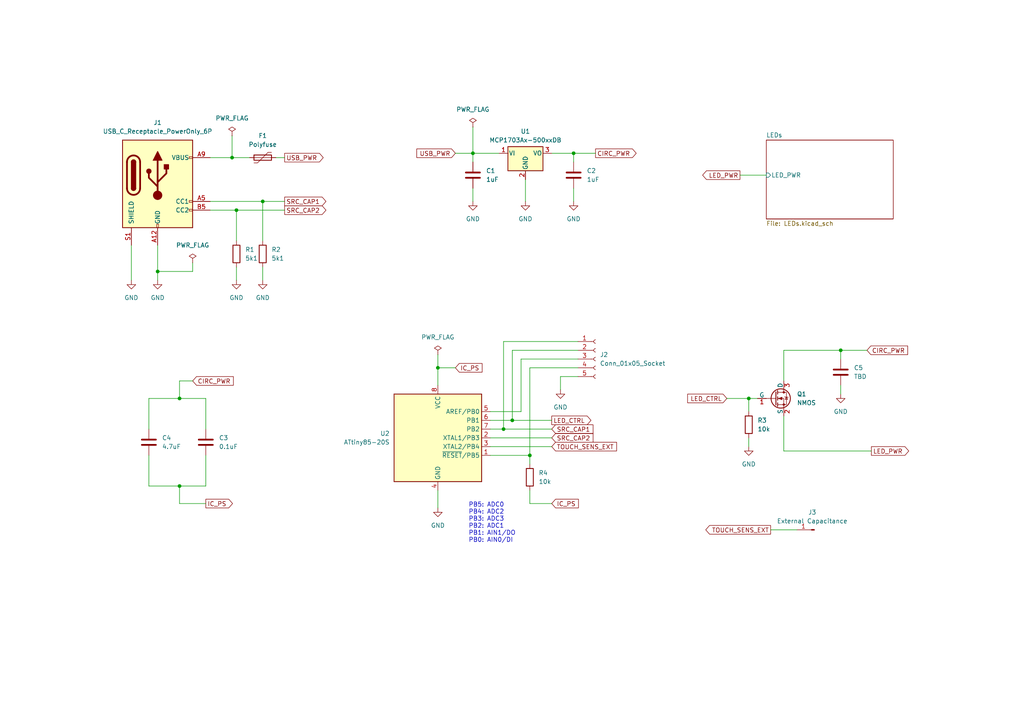
<source format=kicad_sch>
(kicad_sch (version 20230121) (generator eeschema)

  (uuid ddbc896e-66d6-4622-8a61-6aa5f65e6ad4)

  (paper "A4")

  (lib_symbols
    (symbol "Connector:Conn_01x01_Pin" (pin_names (offset 1.016) hide) (in_bom yes) (on_board yes)
      (property "Reference" "J" (at 0 2.54 0)
        (effects (font (size 1.27 1.27)))
      )
      (property "Value" "Conn_01x01_Pin" (at 0 -2.54 0)
        (effects (font (size 1.27 1.27)))
      )
      (property "Footprint" "" (at 0 0 0)
        (effects (font (size 1.27 1.27)) hide)
      )
      (property "Datasheet" "~" (at 0 0 0)
        (effects (font (size 1.27 1.27)) hide)
      )
      (property "ki_locked" "" (at 0 0 0)
        (effects (font (size 1.27 1.27)))
      )
      (property "ki_keywords" "connector" (at 0 0 0)
        (effects (font (size 1.27 1.27)) hide)
      )
      (property "ki_description" "Generic connector, single row, 01x01, script generated" (at 0 0 0)
        (effects (font (size 1.27 1.27)) hide)
      )
      (property "ki_fp_filters" "Connector*:*_1x??_*" (at 0 0 0)
        (effects (font (size 1.27 1.27)) hide)
      )
      (symbol "Conn_01x01_Pin_1_1"
        (polyline
          (pts
            (xy 1.27 0)
            (xy 0.8636 0)
          )
          (stroke (width 0.1524) (type default))
          (fill (type none))
        )
        (rectangle (start 0.8636 0.127) (end 0 -0.127)
          (stroke (width 0.1524) (type default))
          (fill (type outline))
        )
        (pin passive line (at 5.08 0 180) (length 3.81)
          (name "Pin_1" (effects (font (size 1.27 1.27))))
          (number "1" (effects (font (size 1.27 1.27))))
        )
      )
    )
    (symbol "Connector:Conn_01x05_Socket" (pin_names (offset 1.016) hide) (in_bom yes) (on_board yes)
      (property "Reference" "J" (at 0 7.62 0)
        (effects (font (size 1.27 1.27)))
      )
      (property "Value" "Conn_01x05_Socket" (at 0 -7.62 0)
        (effects (font (size 1.27 1.27)))
      )
      (property "Footprint" "" (at 0 0 0)
        (effects (font (size 1.27 1.27)) hide)
      )
      (property "Datasheet" "~" (at 0 0 0)
        (effects (font (size 1.27 1.27)) hide)
      )
      (property "ki_locked" "" (at 0 0 0)
        (effects (font (size 1.27 1.27)))
      )
      (property "ki_keywords" "connector" (at 0 0 0)
        (effects (font (size 1.27 1.27)) hide)
      )
      (property "ki_description" "Generic connector, single row, 01x05, script generated" (at 0 0 0)
        (effects (font (size 1.27 1.27)) hide)
      )
      (property "ki_fp_filters" "Connector*:*_1x??_*" (at 0 0 0)
        (effects (font (size 1.27 1.27)) hide)
      )
      (symbol "Conn_01x05_Socket_1_1"
        (arc (start 0 -4.572) (mid -0.5058 -5.08) (end 0 -5.588)
          (stroke (width 0.1524) (type default))
          (fill (type none))
        )
        (arc (start 0 -2.032) (mid -0.5058 -2.54) (end 0 -3.048)
          (stroke (width 0.1524) (type default))
          (fill (type none))
        )
        (polyline
          (pts
            (xy -1.27 -5.08)
            (xy -0.508 -5.08)
          )
          (stroke (width 0.1524) (type default))
          (fill (type none))
        )
        (polyline
          (pts
            (xy -1.27 -2.54)
            (xy -0.508 -2.54)
          )
          (stroke (width 0.1524) (type default))
          (fill (type none))
        )
        (polyline
          (pts
            (xy -1.27 0)
            (xy -0.508 0)
          )
          (stroke (width 0.1524) (type default))
          (fill (type none))
        )
        (polyline
          (pts
            (xy -1.27 2.54)
            (xy -0.508 2.54)
          )
          (stroke (width 0.1524) (type default))
          (fill (type none))
        )
        (polyline
          (pts
            (xy -1.27 5.08)
            (xy -0.508 5.08)
          )
          (stroke (width 0.1524) (type default))
          (fill (type none))
        )
        (arc (start 0 0.508) (mid -0.5058 0) (end 0 -0.508)
          (stroke (width 0.1524) (type default))
          (fill (type none))
        )
        (arc (start 0 3.048) (mid -0.5058 2.54) (end 0 2.032)
          (stroke (width 0.1524) (type default))
          (fill (type none))
        )
        (arc (start 0 5.588) (mid -0.5058 5.08) (end 0 4.572)
          (stroke (width 0.1524) (type default))
          (fill (type none))
        )
        (pin passive line (at -5.08 5.08 0) (length 3.81)
          (name "Pin_1" (effects (font (size 1.27 1.27))))
          (number "1" (effects (font (size 1.27 1.27))))
        )
        (pin passive line (at -5.08 2.54 0) (length 3.81)
          (name "Pin_2" (effects (font (size 1.27 1.27))))
          (number "2" (effects (font (size 1.27 1.27))))
        )
        (pin passive line (at -5.08 0 0) (length 3.81)
          (name "Pin_3" (effects (font (size 1.27 1.27))))
          (number "3" (effects (font (size 1.27 1.27))))
        )
        (pin passive line (at -5.08 -2.54 0) (length 3.81)
          (name "Pin_4" (effects (font (size 1.27 1.27))))
          (number "4" (effects (font (size 1.27 1.27))))
        )
        (pin passive line (at -5.08 -5.08 0) (length 3.81)
          (name "Pin_5" (effects (font (size 1.27 1.27))))
          (number "5" (effects (font (size 1.27 1.27))))
        )
      )
    )
    (symbol "Connector:USB_C_Receptacle_PowerOnly_6P" (pin_names (offset 1.016)) (in_bom yes) (on_board yes)
      (property "Reference" "J" (at 0 16.51 0)
        (effects (font (size 1.27 1.27)) (justify bottom))
      )
      (property "Value" "USB_C_Receptacle_PowerOnly_6P" (at 0 13.97 0)
        (effects (font (size 1.27 1.27)) (justify bottom))
      )
      (property "Footprint" "" (at 3.81 2.54 0)
        (effects (font (size 1.27 1.27)) hide)
      )
      (property "Datasheet" "https://www.usb.org/sites/default/files/documents/usb_type-c.zip" (at 0 0 0)
        (effects (font (size 1.27 1.27)) hide)
      )
      (property "ki_keywords" "usb universal serial bus type-C power-only charging-only 6P 6C" (at 0 0 0)
        (effects (font (size 1.27 1.27)) hide)
      )
      (property "ki_description" "USB Power-Only 6P Type-C Receptacle connector" (at 0 0 0)
        (effects (font (size 1.27 1.27)) hide)
      )
      (property "ki_fp_filters" "USB*C*Receptacle*" (at 0 0 0)
        (effects (font (size 1.27 1.27)) hide)
      )
      (symbol "USB_C_Receptacle_PowerOnly_6P_0_0"
        (rectangle (start -0.254 -12.7) (end 0.254 -11.684)
          (stroke (width 0) (type default))
          (fill (type none))
        )
        (rectangle (start 10.16 -7.366) (end 9.144 -7.874)
          (stroke (width 0) (type default))
          (fill (type none))
        )
        (rectangle (start 10.16 -4.826) (end 9.144 -5.334)
          (stroke (width 0) (type default))
          (fill (type none))
        )
        (rectangle (start 10.16 7.874) (end 9.144 7.366)
          (stroke (width 0) (type default))
          (fill (type none))
        )
      )
      (symbol "USB_C_Receptacle_PowerOnly_6P_0_1"
        (rectangle (start -10.16 12.7) (end 10.16 -12.7)
          (stroke (width 0.254) (type default))
          (fill (type background))
        )
        (arc (start -8.89 -1.27) (mid -6.985 -3.1667) (end -5.08 -1.27)
          (stroke (width 0.508) (type default))
          (fill (type none))
        )
        (arc (start -7.62 -1.27) (mid -6.985 -1.9023) (end -6.35 -1.27)
          (stroke (width 0.254) (type default))
          (fill (type none))
        )
        (arc (start -7.62 -1.27) (mid -6.985 -1.9023) (end -6.35 -1.27)
          (stroke (width 0.254) (type default))
          (fill (type outline))
        )
        (rectangle (start -7.62 -1.27) (end -6.35 6.35)
          (stroke (width 0.254) (type default))
          (fill (type outline))
        )
        (arc (start -6.35 6.35) (mid -6.985 6.9823) (end -7.62 6.35)
          (stroke (width 0.254) (type default))
          (fill (type none))
        )
        (arc (start -6.35 6.35) (mid -6.985 6.9823) (end -7.62 6.35)
          (stroke (width 0.254) (type default))
          (fill (type outline))
        )
        (arc (start -5.08 6.35) (mid -6.985 8.2467) (end -8.89 6.35)
          (stroke (width 0.508) (type default))
          (fill (type none))
        )
        (circle (center -2.54 3.683) (radius 0.635)
          (stroke (width 0.254) (type default))
          (fill (type outline))
        )
        (circle (center 0 -3.302) (radius 1.27)
          (stroke (width 0) (type default))
          (fill (type outline))
        )
        (polyline
          (pts
            (xy -8.89 -1.27)
            (xy -8.89 6.35)
          )
          (stroke (width 0.508) (type default))
          (fill (type none))
        )
        (polyline
          (pts
            (xy -5.08 6.35)
            (xy -5.08 -1.27)
          )
          (stroke (width 0.508) (type default))
          (fill (type none))
        )
        (polyline
          (pts
            (xy 0 -3.302)
            (xy 0 6.858)
          )
          (stroke (width 0.508) (type default))
          (fill (type none))
        )
        (polyline
          (pts
            (xy 0 -0.762)
            (xy -2.54 1.778)
            (xy -2.54 3.048)
          )
          (stroke (width 0.508) (type default))
          (fill (type none))
        )
        (polyline
          (pts
            (xy 0 0.508)
            (xy 2.54 3.048)
            (xy 2.54 4.318)
          )
          (stroke (width 0.508) (type default))
          (fill (type none))
        )
        (polyline
          (pts
            (xy -1.27 6.858)
            (xy 0 9.398)
            (xy 1.27 6.858)
            (xy -1.27 6.858)
          )
          (stroke (width 0.254) (type default))
          (fill (type outline))
        )
        (rectangle (start 1.905 4.318) (end 3.175 5.588)
          (stroke (width 0.254) (type default))
          (fill (type outline))
        )
      )
      (symbol "USB_C_Receptacle_PowerOnly_6P_1_1"
        (pin passive line (at 0 -17.78 90) (length 5.08)
          (name "GND" (effects (font (size 1.27 1.27))))
          (number "A12" (effects (font (size 1.27 1.27))))
        )
        (pin bidirectional line (at 15.24 -5.08 180) (length 5.08)
          (name "CC1" (effects (font (size 1.27 1.27))))
          (number "A5" (effects (font (size 1.27 1.27))))
        )
        (pin passive line (at 15.24 7.62 180) (length 5.08)
          (name "VBUS" (effects (font (size 1.27 1.27))))
          (number "A9" (effects (font (size 1.27 1.27))))
        )
        (pin passive line (at 0 -17.78 90) (length 5.08) hide
          (name "GND" (effects (font (size 1.27 1.27))))
          (number "B12" (effects (font (size 1.27 1.27))))
        )
        (pin bidirectional line (at 15.24 -7.62 180) (length 5.08)
          (name "CC2" (effects (font (size 1.27 1.27))))
          (number "B5" (effects (font (size 1.27 1.27))))
        )
        (pin passive line (at 15.24 7.62 180) (length 5.08) hide
          (name "VBUS" (effects (font (size 1.27 1.27))))
          (number "B9" (effects (font (size 1.27 1.27))))
        )
        (pin passive line (at -7.62 -17.78 90) (length 5.08)
          (name "SHIELD" (effects (font (size 1.27 1.27))))
          (number "S1" (effects (font (size 1.27 1.27))))
        )
      )
    )
    (symbol "Device:C" (pin_numbers hide) (pin_names (offset 0.254)) (in_bom yes) (on_board yes)
      (property "Reference" "C" (at 0.635 2.54 0)
        (effects (font (size 1.27 1.27)) (justify left))
      )
      (property "Value" "C" (at 0.635 -2.54 0)
        (effects (font (size 1.27 1.27)) (justify left))
      )
      (property "Footprint" "" (at 0.9652 -3.81 0)
        (effects (font (size 1.27 1.27)) hide)
      )
      (property "Datasheet" "~" (at 0 0 0)
        (effects (font (size 1.27 1.27)) hide)
      )
      (property "ki_keywords" "cap capacitor" (at 0 0 0)
        (effects (font (size 1.27 1.27)) hide)
      )
      (property "ki_description" "Unpolarized capacitor" (at 0 0 0)
        (effects (font (size 1.27 1.27)) hide)
      )
      (property "ki_fp_filters" "C_*" (at 0 0 0)
        (effects (font (size 1.27 1.27)) hide)
      )
      (symbol "C_0_1"
        (polyline
          (pts
            (xy -2.032 -0.762)
            (xy 2.032 -0.762)
          )
          (stroke (width 0.508) (type default))
          (fill (type none))
        )
        (polyline
          (pts
            (xy -2.032 0.762)
            (xy 2.032 0.762)
          )
          (stroke (width 0.508) (type default))
          (fill (type none))
        )
      )
      (symbol "C_1_1"
        (pin passive line (at 0 3.81 270) (length 2.794)
          (name "~" (effects (font (size 1.27 1.27))))
          (number "1" (effects (font (size 1.27 1.27))))
        )
        (pin passive line (at 0 -3.81 90) (length 2.794)
          (name "~" (effects (font (size 1.27 1.27))))
          (number "2" (effects (font (size 1.27 1.27))))
        )
      )
    )
    (symbol "Device:Polyfuse" (pin_numbers hide) (pin_names (offset 0)) (in_bom yes) (on_board yes)
      (property "Reference" "F" (at -2.54 0 90)
        (effects (font (size 1.27 1.27)))
      )
      (property "Value" "Polyfuse" (at 2.54 0 90)
        (effects (font (size 1.27 1.27)))
      )
      (property "Footprint" "" (at 1.27 -5.08 0)
        (effects (font (size 1.27 1.27)) (justify left) hide)
      )
      (property "Datasheet" "~" (at 0 0 0)
        (effects (font (size 1.27 1.27)) hide)
      )
      (property "ki_keywords" "resettable fuse PTC PPTC polyfuse polyswitch" (at 0 0 0)
        (effects (font (size 1.27 1.27)) hide)
      )
      (property "ki_description" "Resettable fuse, polymeric positive temperature coefficient" (at 0 0 0)
        (effects (font (size 1.27 1.27)) hide)
      )
      (property "ki_fp_filters" "*polyfuse* *PTC*" (at 0 0 0)
        (effects (font (size 1.27 1.27)) hide)
      )
      (symbol "Polyfuse_0_1"
        (rectangle (start -0.762 2.54) (end 0.762 -2.54)
          (stroke (width 0.254) (type default))
          (fill (type none))
        )
        (polyline
          (pts
            (xy 0 2.54)
            (xy 0 -2.54)
          )
          (stroke (width 0) (type default))
          (fill (type none))
        )
        (polyline
          (pts
            (xy -1.524 2.54)
            (xy -1.524 1.524)
            (xy 1.524 -1.524)
            (xy 1.524 -2.54)
          )
          (stroke (width 0) (type default))
          (fill (type none))
        )
      )
      (symbol "Polyfuse_1_1"
        (pin passive line (at 0 3.81 270) (length 1.27)
          (name "~" (effects (font (size 1.27 1.27))))
          (number "1" (effects (font (size 1.27 1.27))))
        )
        (pin passive line (at 0 -3.81 90) (length 1.27)
          (name "~" (effects (font (size 1.27 1.27))))
          (number "2" (effects (font (size 1.27 1.27))))
        )
      )
    )
    (symbol "Device:R" (pin_numbers hide) (pin_names (offset 0)) (in_bom yes) (on_board yes)
      (property "Reference" "R" (at 2.032 0 90)
        (effects (font (size 1.27 1.27)))
      )
      (property "Value" "R" (at 0 0 90)
        (effects (font (size 1.27 1.27)))
      )
      (property "Footprint" "" (at -1.778 0 90)
        (effects (font (size 1.27 1.27)) hide)
      )
      (property "Datasheet" "~" (at 0 0 0)
        (effects (font (size 1.27 1.27)) hide)
      )
      (property "ki_keywords" "R res resistor" (at 0 0 0)
        (effects (font (size 1.27 1.27)) hide)
      )
      (property "ki_description" "Resistor" (at 0 0 0)
        (effects (font (size 1.27 1.27)) hide)
      )
      (property "ki_fp_filters" "R_*" (at 0 0 0)
        (effects (font (size 1.27 1.27)) hide)
      )
      (symbol "R_0_1"
        (rectangle (start -1.016 -2.54) (end 1.016 2.54)
          (stroke (width 0.254) (type default))
          (fill (type none))
        )
      )
      (symbol "R_1_1"
        (pin passive line (at 0 3.81 270) (length 1.27)
          (name "~" (effects (font (size 1.27 1.27))))
          (number "1" (effects (font (size 1.27 1.27))))
        )
        (pin passive line (at 0 -3.81 90) (length 1.27)
          (name "~" (effects (font (size 1.27 1.27))))
          (number "2" (effects (font (size 1.27 1.27))))
        )
      )
    )
    (symbol "MCU_Microchip_ATtiny:ATtiny85-20S" (in_bom yes) (on_board yes)
      (property "Reference" "U" (at -12.7 13.97 0)
        (effects (font (size 1.27 1.27)) (justify left bottom))
      )
      (property "Value" "ATtiny85-20S" (at 2.54 -13.97 0)
        (effects (font (size 1.27 1.27)) (justify left top))
      )
      (property "Footprint" "Package_SO:SOIC-8W_5.3x5.3mm_P1.27mm" (at 0 0 0)
        (effects (font (size 1.27 1.27) italic) hide)
      )
      (property "Datasheet" "http://ww1.microchip.com/downloads/en/DeviceDoc/atmel-2586-avr-8-bit-microcontroller-attiny25-attiny45-attiny85_datasheet.pdf" (at 0 0 0)
        (effects (font (size 1.27 1.27)) hide)
      )
      (property "ki_keywords" "AVR 8bit Microcontroller tinyAVR" (at 0 0 0)
        (effects (font (size 1.27 1.27)) hide)
      )
      (property "ki_description" "20MHz, 8kB Flash, 512B SRAM, 512B EEPROM, debugWIRE, SOIC-8W" (at 0 0 0)
        (effects (font (size 1.27 1.27)) hide)
      )
      (property "ki_fp_filters" "SOIC*5.3x5.3mm*P1.27mm*" (at 0 0 0)
        (effects (font (size 1.27 1.27)) hide)
      )
      (symbol "ATtiny85-20S_0_1"
        (rectangle (start -12.7 -12.7) (end 12.7 12.7)
          (stroke (width 0.254) (type default))
          (fill (type background))
        )
      )
      (symbol "ATtiny85-20S_1_1"
        (pin bidirectional line (at 15.24 -5.08 180) (length 2.54)
          (name "~{RESET}/PB5" (effects (font (size 1.27 1.27))))
          (number "1" (effects (font (size 1.27 1.27))))
        )
        (pin bidirectional line (at 15.24 0 180) (length 2.54)
          (name "XTAL1/PB3" (effects (font (size 1.27 1.27))))
          (number "2" (effects (font (size 1.27 1.27))))
        )
        (pin bidirectional line (at 15.24 -2.54 180) (length 2.54)
          (name "XTAL2/PB4" (effects (font (size 1.27 1.27))))
          (number "3" (effects (font (size 1.27 1.27))))
        )
        (pin power_in line (at 0 -15.24 90) (length 2.54)
          (name "GND" (effects (font (size 1.27 1.27))))
          (number "4" (effects (font (size 1.27 1.27))))
        )
        (pin bidirectional line (at 15.24 7.62 180) (length 2.54)
          (name "AREF/PB0" (effects (font (size 1.27 1.27))))
          (number "5" (effects (font (size 1.27 1.27))))
        )
        (pin bidirectional line (at 15.24 5.08 180) (length 2.54)
          (name "PB1" (effects (font (size 1.27 1.27))))
          (number "6" (effects (font (size 1.27 1.27))))
        )
        (pin bidirectional line (at 15.24 2.54 180) (length 2.54)
          (name "PB2" (effects (font (size 1.27 1.27))))
          (number "7" (effects (font (size 1.27 1.27))))
        )
        (pin power_in line (at 0 15.24 270) (length 2.54)
          (name "VCC" (effects (font (size 1.27 1.27))))
          (number "8" (effects (font (size 1.27 1.27))))
        )
      )
    )
    (symbol "Regulator_Linear:MCP1703Ax-500xxDB" (pin_names (offset 0.254)) (in_bom yes) (on_board yes)
      (property "Reference" "U" (at -3.81 3.175 0)
        (effects (font (size 1.27 1.27)))
      )
      (property "Value" "MCP1703Ax-500xxDB" (at 0 3.175 0)
        (effects (font (size 1.27 1.27)) (justify left))
      )
      (property "Footprint" "Package_TO_SOT_SMD:SOT-223-3_TabPin2" (at 0 5.08 0)
        (effects (font (size 1.27 1.27)) hide)
      )
      (property "Datasheet" "http://ww1.microchip.com/downloads/en/DeviceDoc/20005122B.pdf" (at 0 -1.27 0)
        (effects (font (size 1.27 1.27)) hide)
      )
      (property "ki_keywords" "REGULATOR LDO" (at 0 0 0)
        (effects (font (size 1.27 1.27)) hide)
      )
      (property "ki_description" "Low Quiescent Current LDO Regulator, 5.0V, 250mA, Vin<=16V, SOT-223" (at 0 0 0)
        (effects (font (size 1.27 1.27)) hide)
      )
      (property "ki_fp_filters" "SOT?223*TabPin2*" (at 0 0 0)
        (effects (font (size 1.27 1.27)) hide)
      )
      (symbol "MCP1703Ax-500xxDB_0_1"
        (rectangle (start -5.08 -5.08) (end 5.08 1.905)
          (stroke (width 0.254) (type default))
          (fill (type background))
        )
      )
      (symbol "MCP1703Ax-500xxDB_1_1"
        (pin power_in line (at -7.62 0 0) (length 2.54)
          (name "VI" (effects (font (size 1.27 1.27))))
          (number "1" (effects (font (size 1.27 1.27))))
        )
        (pin power_in line (at 0 -7.62 90) (length 2.54)
          (name "GND" (effects (font (size 1.27 1.27))))
          (number "2" (effects (font (size 1.27 1.27))))
        )
        (pin power_out line (at 7.62 0 180) (length 2.54)
          (name "VO" (effects (font (size 1.27 1.27))))
          (number "3" (effects (font (size 1.27 1.27))))
        )
      )
    )
    (symbol "Simulation_SPICE:NMOS" (pin_names (offset 0)) (in_bom yes) (on_board yes)
      (property "Reference" "Q1" (at 6.35 1.27 0)
        (effects (font (size 1.27 1.27)) (justify left))
      )
      (property "Value" "NMOS" (at 6.35 -1.27 0)
        (effects (font (size 1.27 1.27)) (justify left))
      )
      (property "Footprint" "Package_TO_SOT_SMD:SuperSOT-3" (at 5.08 2.54 0)
        (effects (font (size 1.27 1.27)) hide)
      )
      (property "Datasheet" "https://ngspice.sourceforge.io/docs/ngspice-manual.pdf" (at 0 -12.7 0)
        (effects (font (size 1.27 1.27)) hide)
      )
      (property "Sim.Device" "NMOS" (at 0 -17.145 0)
        (effects (font (size 1.27 1.27)) hide)
      )
      (property "Sim.Type" "VDMOS" (at 0 -19.05 0)
        (effects (font (size 1.27 1.27)) hide)
      )
      (property "Sim.Pins" "1=D 2=G 3=S" (at 0 -15.24 0)
        (effects (font (size 1.27 1.27)) hide)
      )
      (property "ki_keywords" "transistor NMOS N-MOS N-MOSFET simulation" (at 0 0 0)
        (effects (font (size 1.27 1.27)) hide)
      )
      (property "ki_description" "N-MOSFET transistor, drain/source/gate" (at 0 0 0)
        (effects (font (size 1.27 1.27)) hide)
      )
      (symbol "NMOS_0_1"
        (polyline
          (pts
            (xy 0.254 0)
            (xy -2.54 0)
          )
          (stroke (width 0) (type default))
          (fill (type none))
        )
        (polyline
          (pts
            (xy 0.254 1.905)
            (xy 0.254 -1.905)
          )
          (stroke (width 0.254) (type default))
          (fill (type none))
        )
        (polyline
          (pts
            (xy 0.762 -1.27)
            (xy 0.762 -2.286)
          )
          (stroke (width 0.254) (type default))
          (fill (type none))
        )
        (polyline
          (pts
            (xy 0.762 0.508)
            (xy 0.762 -0.508)
          )
          (stroke (width 0.254) (type default))
          (fill (type none))
        )
        (polyline
          (pts
            (xy 0.762 2.286)
            (xy 0.762 1.27)
          )
          (stroke (width 0.254) (type default))
          (fill (type none))
        )
        (polyline
          (pts
            (xy 2.54 2.54)
            (xy 2.54 1.778)
          )
          (stroke (width 0) (type default))
          (fill (type none))
        )
        (polyline
          (pts
            (xy 2.54 -2.54)
            (xy 2.54 0)
            (xy 0.762 0)
          )
          (stroke (width 0) (type default))
          (fill (type none))
        )
        (polyline
          (pts
            (xy 0.762 -1.778)
            (xy 3.302 -1.778)
            (xy 3.302 1.778)
            (xy 0.762 1.778)
          )
          (stroke (width 0) (type default))
          (fill (type none))
        )
        (polyline
          (pts
            (xy 1.016 0)
            (xy 2.032 0.381)
            (xy 2.032 -0.381)
            (xy 1.016 0)
          )
          (stroke (width 0) (type default))
          (fill (type outline))
        )
        (polyline
          (pts
            (xy 2.794 0.508)
            (xy 2.921 0.381)
            (xy 3.683 0.381)
            (xy 3.81 0.254)
          )
          (stroke (width 0) (type default))
          (fill (type none))
        )
        (polyline
          (pts
            (xy 3.302 0.381)
            (xy 2.921 -0.254)
            (xy 3.683 -0.254)
            (xy 3.302 0.381)
          )
          (stroke (width 0) (type default))
          (fill (type none))
        )
        (circle (center 1.651 0) (radius 2.794)
          (stroke (width 0.254) (type default))
          (fill (type none))
        )
        (circle (center 2.54 -1.778) (radius 0.254)
          (stroke (width 0) (type default))
          (fill (type outline))
        )
        (circle (center 2.54 1.778) (radius 0.254)
          (stroke (width 0) (type default))
          (fill (type outline))
        )
      )
      (symbol "NMOS_1_1"
        (pin input line (at -5.08 0 0) (length 2.54)
          (name "G" (effects (font (size 1.27 1.27))))
          (number "1" (effects (font (size 1.27 1.27))))
        )
        (pin passive line (at 2.54 -5.08 90) (length 2.54)
          (name "S" (effects (font (size 1.27 1.27))))
          (number "2" (effects (font (size 1.27 1.27))))
        )
        (pin passive line (at 2.54 5.08 270) (length 2.54)
          (name "D" (effects (font (size 1.27 1.27))))
          (number "3" (effects (font (size 1.27 1.27))))
        )
      )
    )
    (symbol "power:GND" (power) (pin_names (offset 0)) (in_bom yes) (on_board yes)
      (property "Reference" "#PWR" (at 0 -6.35 0)
        (effects (font (size 1.27 1.27)) hide)
      )
      (property "Value" "GND" (at 0 -3.81 0)
        (effects (font (size 1.27 1.27)))
      )
      (property "Footprint" "" (at 0 0 0)
        (effects (font (size 1.27 1.27)) hide)
      )
      (property "Datasheet" "" (at 0 0 0)
        (effects (font (size 1.27 1.27)) hide)
      )
      (property "ki_keywords" "global power" (at 0 0 0)
        (effects (font (size 1.27 1.27)) hide)
      )
      (property "ki_description" "Power symbol creates a global label with name \"GND\" , ground" (at 0 0 0)
        (effects (font (size 1.27 1.27)) hide)
      )
      (symbol "GND_0_1"
        (polyline
          (pts
            (xy 0 0)
            (xy 0 -1.27)
            (xy 1.27 -1.27)
            (xy 0 -2.54)
            (xy -1.27 -1.27)
            (xy 0 -1.27)
          )
          (stroke (width 0) (type default))
          (fill (type none))
        )
      )
      (symbol "GND_1_1"
        (pin power_in line (at 0 0 270) (length 0) hide
          (name "GND" (effects (font (size 1.27 1.27))))
          (number "1" (effects (font (size 1.27 1.27))))
        )
      )
    )
    (symbol "power:PWR_FLAG" (power) (pin_numbers hide) (pin_names (offset 0) hide) (in_bom yes) (on_board yes)
      (property "Reference" "#FLG" (at 0 1.905 0)
        (effects (font (size 1.27 1.27)) hide)
      )
      (property "Value" "PWR_FLAG" (at 0 3.81 0)
        (effects (font (size 1.27 1.27)))
      )
      (property "Footprint" "" (at 0 0 0)
        (effects (font (size 1.27 1.27)) hide)
      )
      (property "Datasheet" "~" (at 0 0 0)
        (effects (font (size 1.27 1.27)) hide)
      )
      (property "ki_keywords" "flag power" (at 0 0 0)
        (effects (font (size 1.27 1.27)) hide)
      )
      (property "ki_description" "Special symbol for telling ERC where power comes from" (at 0 0 0)
        (effects (font (size 1.27 1.27)) hide)
      )
      (symbol "PWR_FLAG_0_0"
        (pin power_out line (at 0 0 90) (length 0)
          (name "pwr" (effects (font (size 1.27 1.27))))
          (number "1" (effects (font (size 1.27 1.27))))
        )
      )
      (symbol "PWR_FLAG_0_1"
        (polyline
          (pts
            (xy 0 0)
            (xy 0 1.27)
            (xy -1.016 1.905)
            (xy 0 2.54)
            (xy 1.016 1.905)
            (xy 0 1.27)
          )
          (stroke (width 0) (type default))
          (fill (type none))
        )
      )
    )
  )

  (junction (at 76.2 58.42) (diameter 0) (color 0 0 0 0)
    (uuid 14a79dd2-bb76-42fb-aa9a-09ac3ca65995)
  )
  (junction (at 127 106.68) (diameter 0) (color 0 0 0 0)
    (uuid 5a4be8b5-ae14-432a-8fb0-0888ae0cf496)
  )
  (junction (at 68.58 60.96) (diameter 0) (color 0 0 0 0)
    (uuid 5d11f7d3-3f8d-4a18-b43a-7f2495747bce)
  )
  (junction (at 45.72 78.74) (diameter 0) (color 0 0 0 0)
    (uuid 5f5b0923-abbe-4081-a0f7-390b0e3f3067)
  )
  (junction (at 137.16 44.45) (diameter 0) (color 0 0 0 0)
    (uuid 7b05ed19-eec7-4f9d-972a-ac0b9ee960e5)
  )
  (junction (at 217.17 115.57) (diameter 0) (color 0 0 0 0)
    (uuid 872a9642-0126-45e9-8726-77461547638d)
  )
  (junction (at 67.31 45.72) (diameter 0) (color 0 0 0 0)
    (uuid 9c67cc66-f157-45e4-9a12-44d6dfb28874)
  )
  (junction (at 146.05 124.46) (diameter 0) (color 0 0 0 0)
    (uuid ae456323-8713-4bf3-bc00-79d99d7dda40)
  )
  (junction (at 148.59 121.92) (diameter 0) (color 0 0 0 0)
    (uuid b10af278-0335-415a-b657-dcc1555f69e3)
  )
  (junction (at 153.67 132.08) (diameter 0) (color 0 0 0 0)
    (uuid bb3e19ca-cbef-429d-adad-2ce586539aad)
  )
  (junction (at 166.37 44.45) (diameter 0) (color 0 0 0 0)
    (uuid c422b78f-32d0-4971-9479-f59909d47eaa)
  )
  (junction (at 243.84 101.6) (diameter 0) (color 0 0 0 0)
    (uuid dbd771ba-0757-41b2-8596-7c6852d993a1)
  )
  (junction (at 52.07 140.97) (diameter 0) (color 0 0 0 0)
    (uuid dc095efa-f0f7-4d72-b31a-459eb4cd14c2)
  )
  (junction (at 52.07 115.57) (diameter 0) (color 0 0 0 0)
    (uuid ef478bab-59d1-4ca9-b036-4f6e4c1ae017)
  )

  (wire (pts (xy 137.16 36.83) (xy 137.16 44.45))
    (stroke (width 0) (type default))
    (uuid 00bb5c1e-90a1-4e7c-b17a-1e0d47b45aa9)
  )
  (wire (pts (xy 68.58 77.47) (xy 68.58 81.28))
    (stroke (width 0) (type default))
    (uuid 00ffa1ae-2c5b-43dd-85c3-4412a84fe3c4)
  )
  (wire (pts (xy 217.17 115.57) (xy 217.17 119.38))
    (stroke (width 0) (type default))
    (uuid 02d9714a-938c-471e-809e-d72a6a96bce3)
  )
  (wire (pts (xy 217.17 127) (xy 217.17 129.54))
    (stroke (width 0) (type default))
    (uuid 04a5e6a4-5a2c-4d8c-b1df-10183ca3e4bd)
  )
  (wire (pts (xy 76.2 77.47) (xy 76.2 81.28))
    (stroke (width 0) (type default))
    (uuid 053041cf-89e6-449d-a114-fcb6673f67bd)
  )
  (wire (pts (xy 152.4 52.07) (xy 152.4 58.42))
    (stroke (width 0) (type default))
    (uuid 068735a8-6868-4b2f-9a8a-a4dbc89ef402)
  )
  (wire (pts (xy 137.16 54.61) (xy 137.16 58.42))
    (stroke (width 0) (type default))
    (uuid 07b3c46d-0a8a-4fac-9e44-b86e40bfa648)
  )
  (wire (pts (xy 148.59 121.92) (xy 160.02 121.92))
    (stroke (width 0) (type default))
    (uuid 0953f82a-3933-4ab2-afb0-484bc36fd411)
  )
  (wire (pts (xy 67.31 45.72) (xy 72.39 45.72))
    (stroke (width 0) (type default))
    (uuid 09fbfe2a-d17c-4243-9494-05a77ff99405)
  )
  (wire (pts (xy 59.69 132.08) (xy 59.69 140.97))
    (stroke (width 0) (type default))
    (uuid 0a33cc9e-a19f-40c6-b872-88fa833ab354)
  )
  (wire (pts (xy 146.05 124.46) (xy 160.02 124.46))
    (stroke (width 0) (type default))
    (uuid 1792cad4-d4f4-4af1-8305-28f6b46596cf)
  )
  (wire (pts (xy 219.71 115.57) (xy 217.17 115.57))
    (stroke (width 0) (type default))
    (uuid 1f39d52d-3831-4ced-84c7-4767cd3851a8)
  )
  (wire (pts (xy 166.37 44.45) (xy 166.37 46.99))
    (stroke (width 0) (type default))
    (uuid 207bd395-67fa-46b4-b7b0-b261794f1ccd)
  )
  (wire (pts (xy 142.24 127) (xy 160.02 127))
    (stroke (width 0) (type default))
    (uuid 25a130ad-77d6-44da-b73e-a43a0802b406)
  )
  (wire (pts (xy 148.59 101.6) (xy 148.59 121.92))
    (stroke (width 0) (type default))
    (uuid 316b00c7-03e9-47a7-be8d-f057ff01e172)
  )
  (wire (pts (xy 142.24 121.92) (xy 148.59 121.92))
    (stroke (width 0) (type default))
    (uuid 318d07bc-90d4-46f3-8015-9bb7e6c90e4d)
  )
  (wire (pts (xy 153.67 106.68) (xy 153.67 132.08))
    (stroke (width 0) (type default))
    (uuid 345171c4-9a15-451c-9a03-ac3b03003463)
  )
  (wire (pts (xy 153.67 142.24) (xy 153.67 146.05))
    (stroke (width 0) (type default))
    (uuid 3572e565-27c8-4c38-b42b-7e7f2cbe7c54)
  )
  (wire (pts (xy 68.58 60.96) (xy 68.58 69.85))
    (stroke (width 0) (type default))
    (uuid 35954ea0-6c4f-4527-a27b-743a64f3c155)
  )
  (wire (pts (xy 60.96 45.72) (xy 67.31 45.72))
    (stroke (width 0) (type default))
    (uuid 36df92bb-36c3-410c-ab97-1463a98f54d8)
  )
  (wire (pts (xy 43.18 132.08) (xy 43.18 140.97))
    (stroke (width 0) (type default))
    (uuid 3bd5d9ca-adf5-465e-a76f-a476a2c90f2c)
  )
  (wire (pts (xy 167.64 106.68) (xy 153.67 106.68))
    (stroke (width 0) (type default))
    (uuid 3cb5728a-3675-47e0-9963-16b54c51d7a7)
  )
  (wire (pts (xy 227.33 120.65) (xy 227.33 130.81))
    (stroke (width 0) (type default))
    (uuid 3cd558ad-c6e7-4f74-bfcc-32c1d323449f)
  )
  (wire (pts (xy 80.01 45.72) (xy 82.55 45.72))
    (stroke (width 0) (type default))
    (uuid 3fc569b0-e788-478c-b731-17ec52b6cb9f)
  )
  (wire (pts (xy 52.07 146.05) (xy 59.69 146.05))
    (stroke (width 0) (type default))
    (uuid 4de407cc-65a5-498d-86c6-d80dda4c330c)
  )
  (wire (pts (xy 227.33 130.81) (xy 252.73 130.81))
    (stroke (width 0) (type default))
    (uuid 51ef352e-64c4-42dc-bbe2-83aa7346c883)
  )
  (wire (pts (xy 146.05 99.06) (xy 146.05 124.46))
    (stroke (width 0) (type default))
    (uuid 529b421e-df82-42e8-98dd-dfe25aa572ba)
  )
  (wire (pts (xy 55.88 110.49) (xy 52.07 110.49))
    (stroke (width 0) (type default))
    (uuid 55b86380-f9f8-4468-9237-936df38762b3)
  )
  (wire (pts (xy 132.08 44.45) (xy 137.16 44.45))
    (stroke (width 0) (type default))
    (uuid 582e8678-c52c-43ee-a40b-361f9fe58b1b)
  )
  (wire (pts (xy 214.63 50.8) (xy 222.25 50.8))
    (stroke (width 0) (type default))
    (uuid 5af15d34-fcff-4262-a1fc-f0fb43ae45e1)
  )
  (wire (pts (xy 142.24 124.46) (xy 146.05 124.46))
    (stroke (width 0) (type default))
    (uuid 5bd79619-d6cf-4689-8923-db14cc438be9)
  )
  (wire (pts (xy 137.16 46.99) (xy 137.16 44.45))
    (stroke (width 0) (type default))
    (uuid 5f7ab3a3-ed6f-4ff2-b497-2a81db73a36b)
  )
  (wire (pts (xy 38.1 71.12) (xy 38.1 81.28))
    (stroke (width 0) (type default))
    (uuid 624fe0fb-9b1e-404a-869b-aa2e39b48f2c)
  )
  (wire (pts (xy 45.72 78.74) (xy 45.72 81.28))
    (stroke (width 0) (type default))
    (uuid 63898cc6-c242-44dc-8143-35e1a6a4fb5f)
  )
  (wire (pts (xy 55.88 76.2) (xy 55.88 78.74))
    (stroke (width 0) (type default))
    (uuid 6502c8f5-6195-4f94-b1d8-7c41e122b236)
  )
  (wire (pts (xy 151.13 119.38) (xy 142.24 119.38))
    (stroke (width 0) (type default))
    (uuid 66f25ee5-34db-4878-9be8-dfc4db44cde6)
  )
  (wire (pts (xy 43.18 115.57) (xy 52.07 115.57))
    (stroke (width 0) (type default))
    (uuid 682c1b1d-f1fb-4983-9e38-83da87cb1789)
  )
  (wire (pts (xy 243.84 101.6) (xy 243.84 104.14))
    (stroke (width 0) (type default))
    (uuid 684eb56a-6bf8-4595-88be-7aaf47db4577)
  )
  (wire (pts (xy 162.56 109.22) (xy 162.56 113.03))
    (stroke (width 0) (type default))
    (uuid 6ce02c17-5719-4f34-b99c-cddcc0893c49)
  )
  (wire (pts (xy 52.07 140.97) (xy 59.69 140.97))
    (stroke (width 0) (type default))
    (uuid 77abfdcb-21c2-4425-8134-bda02242eb55)
  )
  (wire (pts (xy 151.13 104.14) (xy 151.13 119.38))
    (stroke (width 0) (type default))
    (uuid 7b76bffe-bb76-49a7-8ccf-1553444bde63)
  )
  (wire (pts (xy 76.2 58.42) (xy 82.55 58.42))
    (stroke (width 0) (type default))
    (uuid 7d17c7c0-7ad5-4ca5-9e45-7d1a93ce4d7b)
  )
  (wire (pts (xy 76.2 58.42) (xy 76.2 69.85))
    (stroke (width 0) (type default))
    (uuid 7e63b2f2-d638-4f51-90ae-46c778ed0564)
  )
  (wire (pts (xy 210.82 115.57) (xy 217.17 115.57))
    (stroke (width 0) (type default))
    (uuid 7ed28f0c-c07a-4dc8-b878-5c61ddc9696f)
  )
  (wire (pts (xy 166.37 44.45) (xy 172.72 44.45))
    (stroke (width 0) (type default))
    (uuid 800d0125-c784-4dcf-be11-ecac8025b8f7)
  )
  (wire (pts (xy 167.64 99.06) (xy 146.05 99.06))
    (stroke (width 0) (type default))
    (uuid 87f62b21-e6f2-4ae9-a659-8e87c439d566)
  )
  (wire (pts (xy 127 142.24) (xy 127 147.32))
    (stroke (width 0) (type default))
    (uuid 8a34bd37-5369-4c7f-ab53-0acddb95d345)
  )
  (wire (pts (xy 52.07 115.57) (xy 59.69 115.57))
    (stroke (width 0) (type default))
    (uuid 917b024d-a47d-4eb3-afbf-1e2eadad8290)
  )
  (wire (pts (xy 60.96 58.42) (xy 76.2 58.42))
    (stroke (width 0) (type default))
    (uuid a52b20ef-26dc-4109-ab3d-7b9053f95024)
  )
  (wire (pts (xy 67.31 39.37) (xy 67.31 45.72))
    (stroke (width 0) (type default))
    (uuid a6364290-136b-4bfa-abdb-823f7c0441b2)
  )
  (wire (pts (xy 45.72 78.74) (xy 55.88 78.74))
    (stroke (width 0) (type default))
    (uuid aa19a235-72d4-4ed1-ad16-3e2a92865f03)
  )
  (wire (pts (xy 160.02 44.45) (xy 166.37 44.45))
    (stroke (width 0) (type default))
    (uuid abecb951-07d3-4a20-ae92-73b8af59b1d1)
  )
  (wire (pts (xy 60.96 60.96) (xy 68.58 60.96))
    (stroke (width 0) (type default))
    (uuid ae051591-5aab-47e6-bb43-1e15bffc4591)
  )
  (wire (pts (xy 127 106.68) (xy 127 111.76))
    (stroke (width 0) (type default))
    (uuid aea625a3-8226-4e3f-8697-6bf19460a4c8)
  )
  (wire (pts (xy 142.24 132.08) (xy 153.67 132.08))
    (stroke (width 0) (type default))
    (uuid b4c26113-7a09-4e16-a79d-e548111f9564)
  )
  (wire (pts (xy 153.67 132.08) (xy 153.67 134.62))
    (stroke (width 0) (type default))
    (uuid b71d12bf-8365-4927-9788-2df7f933774b)
  )
  (wire (pts (xy 127 102.87) (xy 127 106.68))
    (stroke (width 0) (type default))
    (uuid b8e5afb4-0f20-4b9f-8f17-2bf42d7dedf2)
  )
  (wire (pts (xy 45.72 71.12) (xy 45.72 78.74))
    (stroke (width 0) (type default))
    (uuid bd5e6b42-afb1-407c-8a4e-56c7461cd7f4)
  )
  (wire (pts (xy 127 106.68) (xy 132.08 106.68))
    (stroke (width 0) (type default))
    (uuid be18ebba-1a1a-4e0d-a2e4-19998d3365f8)
  )
  (wire (pts (xy 52.07 140.97) (xy 52.07 146.05))
    (stroke (width 0) (type default))
    (uuid c73a44da-0393-4329-9b4a-8f2ab5c82f0e)
  )
  (wire (pts (xy 223.52 153.67) (xy 231.14 153.67))
    (stroke (width 0) (type default))
    (uuid c74d595a-2a6e-42a1-87e8-00f32840e092)
  )
  (wire (pts (xy 243.84 101.6) (xy 227.33 101.6))
    (stroke (width 0) (type default))
    (uuid d4041e3d-ff77-42bf-bc5d-e5125a47fd6e)
  )
  (wire (pts (xy 227.33 101.6) (xy 227.33 110.49))
    (stroke (width 0) (type default))
    (uuid d57cee5a-2807-4f21-a820-ace0d3d770fd)
  )
  (wire (pts (xy 43.18 115.57) (xy 43.18 124.46))
    (stroke (width 0) (type default))
    (uuid d599494b-8250-4c81-9337-4ea7f63cb5f6)
  )
  (wire (pts (xy 243.84 111.76) (xy 243.84 114.3))
    (stroke (width 0) (type default))
    (uuid d6d3da05-64cd-4db9-a0e2-460c68745888)
  )
  (wire (pts (xy 166.37 54.61) (xy 166.37 58.42))
    (stroke (width 0) (type default))
    (uuid ded770b7-48e3-422e-af04-e71f6432d32e)
  )
  (wire (pts (xy 251.46 101.6) (xy 243.84 101.6))
    (stroke (width 0) (type default))
    (uuid e12663a1-57a8-4de6-b204-ea2a388361f4)
  )
  (wire (pts (xy 43.18 140.97) (xy 52.07 140.97))
    (stroke (width 0) (type default))
    (uuid e211b3d5-821a-4a2b-a530-63ca8b254417)
  )
  (wire (pts (xy 142.24 129.54) (xy 160.02 129.54))
    (stroke (width 0) (type default))
    (uuid e2323df9-b7a4-4fff-8ff9-e9ba84b5e18c)
  )
  (wire (pts (xy 167.64 104.14) (xy 151.13 104.14))
    (stroke (width 0) (type default))
    (uuid e233af53-fdc8-4d7a-a767-2371d52c802c)
  )
  (wire (pts (xy 137.16 44.45) (xy 144.78 44.45))
    (stroke (width 0) (type default))
    (uuid e29b5b2d-8908-439f-9383-d2a4776d7518)
  )
  (wire (pts (xy 68.58 60.96) (xy 82.55 60.96))
    (stroke (width 0) (type default))
    (uuid ebe19fe3-8f98-4663-bbef-30de10f35123)
  )
  (wire (pts (xy 59.69 115.57) (xy 59.69 124.46))
    (stroke (width 0) (type default))
    (uuid ecfe9c8c-7c04-49aa-8cff-77441f8edfd3)
  )
  (wire (pts (xy 160.02 146.05) (xy 153.67 146.05))
    (stroke (width 0) (type default))
    (uuid f5242093-ac59-460e-a2e9-60533030e5df)
  )
  (wire (pts (xy 167.64 101.6) (xy 148.59 101.6))
    (stroke (width 0) (type default))
    (uuid f73cb2bf-2030-44b6-93f0-d6788327e03c)
  )
  (wire (pts (xy 52.07 110.49) (xy 52.07 115.57))
    (stroke (width 0) (type default))
    (uuid fd8d9862-920d-4f9c-8139-8e3db01b5dad)
  )
  (wire (pts (xy 162.56 109.22) (xy 167.64 109.22))
    (stroke (width 0) (type default))
    (uuid feb6e5a9-f580-43aa-83fe-9ed0c7b22b60)
  )

  (text "PB5: ADC0\nPB4: ADC2\nPB3: ADC3\nPB2: ADC1\nPB1: AIN1/DO\nPB0: AIN0/DI"
    (at 135.89 157.48 0)
    (effects (font (size 1.27 1.27)) (justify left bottom))
    (uuid 6b003e16-2d14-44b5-a5a2-47ea2424eacf)
  )

  (global_label "USB_PWR" (shape input) (at 132.08 44.45 180) (fields_autoplaced)
    (effects (font (size 1.27 1.27)) (justify right))
    (uuid 023afeca-b96f-45e2-9710-f3a9b4520e96)
    (property "Intersheetrefs" "${INTERSHEET_REFS}" (at 120.3258 44.45 0)
      (effects (font (size 1.27 1.27)) (justify right) hide)
    )
  )
  (global_label "LED_PWR" (shape output) (at 252.73 130.81 0) (fields_autoplaced)
    (effects (font (size 1.27 1.27)) (justify left))
    (uuid 0ab1a9c8-ed9d-4370-8e99-0dd53dcbc1e2)
    (property "Intersheetrefs" "${INTERSHEET_REFS}" (at 264.1213 130.81 0)
      (effects (font (size 1.27 1.27)) (justify left) hide)
    )
  )
  (global_label "LED_CTRL" (shape input) (at 210.82 115.57 180) (fields_autoplaced)
    (effects (font (size 1.27 1.27)) (justify right))
    (uuid 0cd9d8fb-1f99-4d45-a8f3-32ec0e6ec44e)
    (property "Intersheetrefs" "${INTERSHEET_REFS}" (at 198.8844 115.57 0)
      (effects (font (size 1.27 1.27)) (justify right) hide)
    )
  )
  (global_label "SRC_CAP1" (shape output) (at 82.55 58.42 0) (fields_autoplaced)
    (effects (font (size 1.27 1.27)) (justify left))
    (uuid 0fd6b0a2-7b79-440b-bd46-905298d85bff)
    (property "Intersheetrefs" "${INTERSHEET_REFS}" (at 95.0904 58.42 0)
      (effects (font (size 1.27 1.27)) (justify left) hide)
    )
  )
  (global_label "SRC_CAP1" (shape input) (at 160.02 124.46 0) (fields_autoplaced)
    (effects (font (size 1.27 1.27)) (justify left))
    (uuid 19253bc3-92a1-4631-84ac-f003b11c0b21)
    (property "Intersheetrefs" "${INTERSHEET_REFS}" (at 172.5604 124.46 0)
      (effects (font (size 1.27 1.27)) (justify left) hide)
    )
  )
  (global_label "SRC_CAP2" (shape output) (at 82.55 60.96 0) (fields_autoplaced)
    (effects (font (size 1.27 1.27)) (justify left))
    (uuid 237cbe12-b011-4471-9714-e6b6dbd37298)
    (property "Intersheetrefs" "${INTERSHEET_REFS}" (at 95.0904 60.96 0)
      (effects (font (size 1.27 1.27)) (justify left) hide)
    )
  )
  (global_label "IC_PS" (shape input) (at 132.08 106.68 0) (fields_autoplaced)
    (effects (font (size 1.27 1.27)) (justify left))
    (uuid 56096092-f4db-4bed-bccd-36df6209ad46)
    (property "Intersheetrefs" "${INTERSHEET_REFS}" (at 140.3871 106.68 0)
      (effects (font (size 1.27 1.27)) (justify left) hide)
    )
  )
  (global_label "USB_PWR" (shape output) (at 82.55 45.72 0) (fields_autoplaced)
    (effects (font (size 1.27 1.27)) (justify left))
    (uuid 6b8ed848-593a-47e2-b3d6-742725fa278e)
    (property "Intersheetrefs" "${INTERSHEET_REFS}" (at 94.3042 45.72 0)
      (effects (font (size 1.27 1.27)) (justify left) hide)
    )
  )
  (global_label "TOUCH_SENS_EXT" (shape input) (at 160.02 129.54 0) (fields_autoplaced)
    (effects (font (size 1.27 1.27)) (justify left))
    (uuid 71705799-78d9-4d2e-8f80-de70c48975d8)
    (property "Intersheetrefs" "${INTERSHEET_REFS}" (at 179.3941 129.54 0)
      (effects (font (size 1.27 1.27)) (justify left) hide)
    )
  )
  (global_label "IC_PS" (shape output) (at 59.69 146.05 0) (fields_autoplaced)
    (effects (font (size 1.27 1.27)) (justify left))
    (uuid 790a4a3e-2500-409a-a90d-23eb309479c9)
    (property "Intersheetrefs" "${INTERSHEET_REFS}" (at 67.9971 146.05 0)
      (effects (font (size 1.27 1.27)) (justify left) hide)
    )
  )
  (global_label "CIRC_PWR" (shape input) (at 251.46 101.6 0) (fields_autoplaced)
    (effects (font (size 1.27 1.27)) (justify left))
    (uuid 832013dc-24ec-4f45-978b-5add8f6eb70c)
    (property "Intersheetrefs" "${INTERSHEET_REFS}" (at 263.819 101.6 0)
      (effects (font (size 1.27 1.27)) (justify left) hide)
    )
  )
  (global_label "SRC_CAP2" (shape input) (at 160.02 127 0) (fields_autoplaced)
    (effects (font (size 1.27 1.27)) (justify left))
    (uuid a099c8f6-4e78-4368-88dd-91c74bb9ad79)
    (property "Intersheetrefs" "${INTERSHEET_REFS}" (at 172.5604 127 0)
      (effects (font (size 1.27 1.27)) (justify left) hide)
    )
  )
  (global_label "LED_CTRL" (shape output) (at 160.02 121.92 0) (fields_autoplaced)
    (effects (font (size 1.27 1.27)) (justify left))
    (uuid a7df5d62-df0f-4f73-8d07-63e9d2b0d3b9)
    (property "Intersheetrefs" "${INTERSHEET_REFS}" (at 171.9556 121.92 0)
      (effects (font (size 1.27 1.27)) (justify left) hide)
    )
  )
  (global_label "IC_PS" (shape input) (at 160.02 146.05 0) (fields_autoplaced)
    (effects (font (size 1.27 1.27)) (justify left))
    (uuid b9a8ffe2-0b25-4773-8d99-f1db6b53e6b5)
    (property "Intersheetrefs" "${INTERSHEET_REFS}" (at 168.3271 146.05 0)
      (effects (font (size 1.27 1.27)) (justify left) hide)
    )
  )
  (global_label "LED_PWR" (shape output) (at 214.63 50.8 180) (fields_autoplaced)
    (effects (font (size 1.27 1.27)) (justify right))
    (uuid bf4e8b5f-279a-4cb9-8b48-c962ca3b8b46)
    (property "Intersheetrefs" "${INTERSHEET_REFS}" (at 203.2387 50.8 0)
      (effects (font (size 1.27 1.27)) (justify right) hide)
    )
  )
  (global_label "TOUCH_SENS_EXT" (shape output) (at 223.52 153.67 180) (fields_autoplaced)
    (effects (font (size 1.27 1.27)) (justify right))
    (uuid dd9f5980-5ba2-44cf-b83a-0e537be2bfad)
    (property "Intersheetrefs" "${INTERSHEET_REFS}" (at 204.1459 153.67 0)
      (effects (font (size 1.27 1.27)) (justify right) hide)
    )
  )
  (global_label "CIRC_PWR" (shape output) (at 172.72 44.45 0) (fields_autoplaced)
    (effects (font (size 1.27 1.27)) (justify left))
    (uuid ecc39e9b-8e3f-473c-8594-36fc3c8c8b18)
    (property "Intersheetrefs" "${INTERSHEET_REFS}" (at 185.079 44.45 0)
      (effects (font (size 1.27 1.27)) (justify left) hide)
    )
  )
  (global_label "CIRC_PWR" (shape input) (at 55.88 110.49 0) (fields_autoplaced)
    (effects (font (size 1.27 1.27)) (justify left))
    (uuid fc953038-29fc-4fe6-88bf-6d42528e2e78)
    (property "Intersheetrefs" "${INTERSHEET_REFS}" (at 68.239 110.49 0)
      (effects (font (size 1.27 1.27)) (justify left) hide)
    )
  )

  (symbol (lib_id "Device:R") (at 153.67 138.43 0) (unit 1)
    (in_bom yes) (on_board yes) (dnp no) (fields_autoplaced)
    (uuid 107f32ba-9353-4958-ab82-363b8945c7d5)
    (property "Reference" "R4" (at 156.21 137.16 0)
      (effects (font (size 1.27 1.27)) (justify left))
    )
    (property "Value" "10k" (at 156.21 139.7 0)
      (effects (font (size 1.27 1.27)) (justify left))
    )
    (property "Footprint" "Resistor_SMD:R_0603_1608Metric" (at 151.892 138.43 90)
      (effects (font (size 1.27 1.27)) hide)
    )
    (property "Datasheet" "~" (at 153.67 138.43 0)
      (effects (font (size 1.27 1.27)) hide)
    )
    (pin "2" (uuid 70868e0f-d9f8-405f-8daa-8102d1a1d7a2))
    (pin "1" (uuid cbc62234-ff10-465b-889b-6b1d0670a2b9))
    (instances
      (project "v3"
        (path "/ddbc896e-66d6-4622-8a61-6aa5f65e6ad4"
          (reference "R4") (unit 1)
        )
      )
    )
  )

  (symbol (lib_id "Device:C") (at 43.18 128.27 0) (unit 1)
    (in_bom yes) (on_board yes) (dnp no) (fields_autoplaced)
    (uuid 10b1ea3b-6559-4c98-8a61-9b6bf9c4783b)
    (property "Reference" "C4" (at 46.99 127 0)
      (effects (font (size 1.27 1.27)) (justify left))
    )
    (property "Value" "4.7uF" (at 46.99 129.54 0)
      (effects (font (size 1.27 1.27)) (justify left))
    )
    (property "Footprint" "Capacitor_SMD:C_0603_1608Metric" (at 44.1452 132.08 0)
      (effects (font (size 1.27 1.27)) hide)
    )
    (property "Datasheet" "~" (at 43.18 128.27 0)
      (effects (font (size 1.27 1.27)) hide)
    )
    (pin "2" (uuid 6b66406e-7e72-4514-add9-34c94202b436))
    (pin "1" (uuid aaa049de-d476-4849-a737-7f7b9356e1bf))
    (instances
      (project "v3"
        (path "/ddbc896e-66d6-4622-8a61-6aa5f65e6ad4"
          (reference "C4") (unit 1)
        )
      )
    )
  )

  (symbol (lib_id "power:GND") (at 127 147.32 0) (unit 1)
    (in_bom yes) (on_board yes) (dnp no) (fields_autoplaced)
    (uuid 11631126-3484-48d7-923d-9d103b470678)
    (property "Reference" "#PWR011" (at 127 153.67 0)
      (effects (font (size 1.27 1.27)) hide)
    )
    (property "Value" "GND" (at 127 152.4 0)
      (effects (font (size 1.27 1.27)))
    )
    (property "Footprint" "" (at 127 147.32 0)
      (effects (font (size 1.27 1.27)) hide)
    )
    (property "Datasheet" "" (at 127 147.32 0)
      (effects (font (size 1.27 1.27)) hide)
    )
    (pin "1" (uuid dbab4b33-5eca-4f6b-bdd1-669fe54c5a7d))
    (instances
      (project "v3"
        (path "/ddbc896e-66d6-4622-8a61-6aa5f65e6ad4"
          (reference "#PWR011") (unit 1)
        )
      )
    )
  )

  (symbol (lib_id "power:GND") (at 38.1 81.28 0) (unit 1)
    (in_bom yes) (on_board yes) (dnp no) (fields_autoplaced)
    (uuid 174ba623-be23-437b-8065-6171b7fe97f4)
    (property "Reference" "#PWR04" (at 38.1 87.63 0)
      (effects (font (size 1.27 1.27)) hide)
    )
    (property "Value" "GND" (at 38.1 86.36 0)
      (effects (font (size 1.27 1.27)))
    )
    (property "Footprint" "" (at 38.1 81.28 0)
      (effects (font (size 1.27 1.27)) hide)
    )
    (property "Datasheet" "" (at 38.1 81.28 0)
      (effects (font (size 1.27 1.27)) hide)
    )
    (pin "1" (uuid ab24e27f-9138-462a-bbc4-d8410bc962b8))
    (instances
      (project "v3"
        (path "/ddbc896e-66d6-4622-8a61-6aa5f65e6ad4"
          (reference "#PWR04") (unit 1)
        )
      )
    )
  )

  (symbol (lib_id "Device:R") (at 68.58 73.66 0) (unit 1)
    (in_bom yes) (on_board yes) (dnp no) (fields_autoplaced)
    (uuid 181470a7-8d3a-4687-95fc-581bfc1c4b8d)
    (property "Reference" "R1" (at 71.12 72.39 0)
      (effects (font (size 1.27 1.27)) (justify left))
    )
    (property "Value" "5k1" (at 71.12 74.93 0)
      (effects (font (size 1.27 1.27)) (justify left))
    )
    (property "Footprint" "Resistor_SMD:R_0603_1608Metric" (at 66.802 73.66 90)
      (effects (font (size 1.27 1.27)) hide)
    )
    (property "Datasheet" "~" (at 68.58 73.66 0)
      (effects (font (size 1.27 1.27)) hide)
    )
    (pin "2" (uuid 76f7e98b-53a4-4bd3-9856-7c3749c758e1))
    (pin "1" (uuid 751dfc42-f15d-4e29-befd-250c0c2e86b8))
    (instances
      (project "v3"
        (path "/ddbc896e-66d6-4622-8a61-6aa5f65e6ad4"
          (reference "R1") (unit 1)
        )
      )
    )
  )

  (symbol (lib_id "Device:C") (at 166.37 50.8 0) (unit 1)
    (in_bom yes) (on_board yes) (dnp no) (fields_autoplaced)
    (uuid 1a4e7710-1010-49d7-8b22-212c0a76a449)
    (property "Reference" "C2" (at 170.18 49.53 0)
      (effects (font (size 1.27 1.27)) (justify left))
    )
    (property "Value" "1uF" (at 170.18 52.07 0)
      (effects (font (size 1.27 1.27)) (justify left))
    )
    (property "Footprint" "Capacitor_SMD:C_0603_1608Metric" (at 167.3352 54.61 0)
      (effects (font (size 1.27 1.27)) hide)
    )
    (property "Datasheet" "~" (at 166.37 50.8 0)
      (effects (font (size 1.27 1.27)) hide)
    )
    (pin "2" (uuid 8a16cca9-8058-400a-82fd-9ae8b4092906))
    (pin "1" (uuid 563c180c-5fe7-4a94-8d3d-8c54b907473c))
    (instances
      (project "v3"
        (path "/ddbc896e-66d6-4622-8a61-6aa5f65e6ad4"
          (reference "C2") (unit 1)
        )
      )
    )
  )

  (symbol (lib_id "power:GND") (at 217.17 129.54 0) (unit 1)
    (in_bom yes) (on_board yes) (dnp no) (fields_autoplaced)
    (uuid 246f78c9-dfd5-43ea-b16d-e19656c87cbf)
    (property "Reference" "#PWR017" (at 217.17 135.89 0)
      (effects (font (size 1.27 1.27)) hide)
    )
    (property "Value" "GND" (at 217.17 134.62 0)
      (effects (font (size 1.27 1.27)))
    )
    (property "Footprint" "" (at 217.17 129.54 0)
      (effects (font (size 1.27 1.27)) hide)
    )
    (property "Datasheet" "" (at 217.17 129.54 0)
      (effects (font (size 1.27 1.27)) hide)
    )
    (pin "1" (uuid e7a8eba0-38af-43c3-982f-070f80edcce9))
    (instances
      (project "v1"
        (path "/49694771-7942-42f9-b994-64bce0ef5026"
          (reference "#PWR017") (unit 1)
        )
      )
      (project "v3"
        (path "/ddbc896e-66d6-4622-8a61-6aa5f65e6ad4"
          (reference "#PWR010") (unit 1)
        )
      )
    )
  )

  (symbol (lib_id "Connector:Conn_01x05_Socket") (at 172.72 104.14 0) (unit 1)
    (in_bom yes) (on_board yes) (dnp no) (fields_autoplaced)
    (uuid 24852906-4de5-4a48-a570-b4f350582657)
    (property "Reference" "J2" (at 173.99 102.87 0)
      (effects (font (size 1.27 1.27)) (justify left))
    )
    (property "Value" "Conn_01x05_Socket" (at 173.99 105.41 0)
      (effects (font (size 1.27 1.27)) (justify left))
    )
    (property "Footprint" "Connector_PinHeader_2.54mm:PinHeader_1x05_P2.54mm_Vertical" (at 172.72 104.14 0)
      (effects (font (size 1.27 1.27)) hide)
    )
    (property "Datasheet" "~" (at 172.72 104.14 0)
      (effects (font (size 1.27 1.27)) hide)
    )
    (pin "2" (uuid 09b293d3-aabc-4f83-82b4-673fe8079db3))
    (pin "1" (uuid 94459fc8-ba25-4e72-a039-9afc58c2abd3))
    (pin "3" (uuid 35f22012-f0fa-4d2d-835e-e394e8d6cee8))
    (pin "4" (uuid d1b7ce49-4113-4d2e-9320-fdd2103ca499))
    (pin "5" (uuid c3751dd5-784c-4627-8a88-df19fafdb514))
    (instances
      (project "v3"
        (path "/ddbc896e-66d6-4622-8a61-6aa5f65e6ad4"
          (reference "J2") (unit 1)
        )
      )
    )
  )

  (symbol (lib_id "Device:R") (at 217.17 123.19 0) (unit 1)
    (in_bom yes) (on_board yes) (dnp no) (fields_autoplaced)
    (uuid 2f1a5ca1-fe64-4ad4-907d-f4236923db76)
    (property "Reference" "R12" (at 219.71 121.92 0)
      (effects (font (size 1.27 1.27)) (justify left))
    )
    (property "Value" "10k" (at 219.71 124.46 0)
      (effects (font (size 1.27 1.27)) (justify left))
    )
    (property "Footprint" "Resistor_SMD:R_0603_1608Metric" (at 215.392 123.19 90)
      (effects (font (size 1.27 1.27)) hide)
    )
    (property "Datasheet" "~" (at 217.17 123.19 0)
      (effects (font (size 1.27 1.27)) hide)
    )
    (pin "1" (uuid 85195bc6-f55b-4222-8fca-bea564695504))
    (pin "2" (uuid 936de206-9327-4ed5-8dc6-3e17e51678cc))
    (instances
      (project "v1"
        (path "/49694771-7942-42f9-b994-64bce0ef5026"
          (reference "R12") (unit 1)
        )
      )
      (project "v3"
        (path "/ddbc896e-66d6-4622-8a61-6aa5f65e6ad4"
          (reference "R3") (unit 1)
        )
      )
    )
  )

  (symbol (lib_id "power:GND") (at 166.37 58.42 0) (unit 1)
    (in_bom yes) (on_board yes) (dnp no) (fields_autoplaced)
    (uuid 383f1eac-7aef-4d96-a7b4-9f79cd58148e)
    (property "Reference" "#PWR03" (at 166.37 64.77 0)
      (effects (font (size 1.27 1.27)) hide)
    )
    (property "Value" "GND" (at 166.37 63.5 0)
      (effects (font (size 1.27 1.27)))
    )
    (property "Footprint" "" (at 166.37 58.42 0)
      (effects (font (size 1.27 1.27)) hide)
    )
    (property "Datasheet" "" (at 166.37 58.42 0)
      (effects (font (size 1.27 1.27)) hide)
    )
    (pin "1" (uuid 34e2adb7-5f47-4694-b9de-cf3e43a38569))
    (instances
      (project "v3"
        (path "/ddbc896e-66d6-4622-8a61-6aa5f65e6ad4"
          (reference "#PWR03") (unit 1)
        )
      )
    )
  )

  (symbol (lib_id "power:GND") (at 68.58 81.28 0) (unit 1)
    (in_bom yes) (on_board yes) (dnp no) (fields_autoplaced)
    (uuid 3a07cf05-aeeb-448b-9d55-caf397d8f024)
    (property "Reference" "#PWR06" (at 68.58 87.63 0)
      (effects (font (size 1.27 1.27)) hide)
    )
    (property "Value" "GND" (at 68.58 86.36 0)
      (effects (font (size 1.27 1.27)))
    )
    (property "Footprint" "" (at 68.58 81.28 0)
      (effects (font (size 1.27 1.27)) hide)
    )
    (property "Datasheet" "" (at 68.58 81.28 0)
      (effects (font (size 1.27 1.27)) hide)
    )
    (pin "1" (uuid be3f9300-b31b-413a-ac96-26584ccab22a))
    (instances
      (project "v3"
        (path "/ddbc896e-66d6-4622-8a61-6aa5f65e6ad4"
          (reference "#PWR06") (unit 1)
        )
      )
    )
  )

  (symbol (lib_id "power:GND") (at 162.56 113.03 0) (unit 1)
    (in_bom yes) (on_board yes) (dnp no) (fields_autoplaced)
    (uuid 42205dda-6cd2-4ca3-9614-528d54f0ed36)
    (property "Reference" "#PWR08" (at 162.56 119.38 0)
      (effects (font (size 1.27 1.27)) hide)
    )
    (property "Value" "GND" (at 162.56 118.11 0)
      (effects (font (size 1.27 1.27)))
    )
    (property "Footprint" "" (at 162.56 113.03 0)
      (effects (font (size 1.27 1.27)) hide)
    )
    (property "Datasheet" "" (at 162.56 113.03 0)
      (effects (font (size 1.27 1.27)) hide)
    )
    (pin "1" (uuid eaee5d5d-f8f3-4d89-a78d-abf0aafec045))
    (instances
      (project "v3"
        (path "/ddbc896e-66d6-4622-8a61-6aa5f65e6ad4"
          (reference "#PWR08") (unit 1)
        )
      )
    )
  )

  (symbol (lib_id "power:GND") (at 137.16 58.42 0) (unit 1)
    (in_bom yes) (on_board yes) (dnp no) (fields_autoplaced)
    (uuid 51edd773-3fe5-4a86-ab83-f18f506c4cff)
    (property "Reference" "#PWR01" (at 137.16 64.77 0)
      (effects (font (size 1.27 1.27)) hide)
    )
    (property "Value" "GND" (at 137.16 63.5 0)
      (effects (font (size 1.27 1.27)))
    )
    (property "Footprint" "" (at 137.16 58.42 0)
      (effects (font (size 1.27 1.27)) hide)
    )
    (property "Datasheet" "" (at 137.16 58.42 0)
      (effects (font (size 1.27 1.27)) hide)
    )
    (pin "1" (uuid a31b4c6c-b6a8-4fdc-9199-dc2f5c49eeaf))
    (instances
      (project "v3"
        (path "/ddbc896e-66d6-4622-8a61-6aa5f65e6ad4"
          (reference "#PWR01") (unit 1)
        )
      )
    )
  )

  (symbol (lib_id "MCU_Microchip_ATtiny:ATtiny85-20S") (at 127 127 0) (unit 1)
    (in_bom yes) (on_board yes) (dnp no) (fields_autoplaced)
    (uuid 59a60856-5b08-45b6-ac68-40d9528f46f7)
    (property "Reference" "U2" (at 113.03 125.73 0)
      (effects (font (size 1.27 1.27)) (justify right))
    )
    (property "Value" "ATtiny85-20S" (at 113.03 128.27 0)
      (effects (font (size 1.27 1.27)) (justify right))
    )
    (property "Footprint" "Package_SO:SOIC-8W_5.3x5.3mm_P1.27mm" (at 127 127 0)
      (effects (font (size 1.27 1.27) italic) hide)
    )
    (property "Datasheet" "http://ww1.microchip.com/downloads/en/DeviceDoc/atmel-2586-avr-8-bit-microcontroller-attiny25-attiny45-attiny85_datasheet.pdf" (at 127 127 0)
      (effects (font (size 1.27 1.27)) hide)
    )
    (pin "3" (uuid 541e3046-34eb-4b2f-bb69-8df9a6b5dfa0))
    (pin "5" (uuid d81e4fd7-c597-4c47-9bc4-849a1c38a45d))
    (pin "2" (uuid 200217ed-4fed-40b5-8c22-3565c1091dd6))
    (pin "6" (uuid 2aeb0e30-09bb-421f-a6f6-98942a0e2e59))
    (pin "4" (uuid 38a272cc-dc57-4caa-9a2c-2e47d926fe8e))
    (pin "8" (uuid 7ade9183-5924-4a22-a880-edae76a8a4be))
    (pin "7" (uuid 1ff5f5e5-e789-4479-8d58-e68d8f7e1235))
    (pin "1" (uuid 226a96b0-69f4-46c2-bac0-eb4281afc91d))
    (instances
      (project "v3"
        (path "/ddbc896e-66d6-4622-8a61-6aa5f65e6ad4"
          (reference "U2") (unit 1)
        )
      )
    )
  )

  (symbol (lib_id "power:GND") (at 243.84 114.3 0) (unit 1)
    (in_bom yes) (on_board yes) (dnp no) (fields_autoplaced)
    (uuid 5fcf8303-e249-42a2-9e73-9056c4757241)
    (property "Reference" "#PWR09" (at 243.84 120.65 0)
      (effects (font (size 1.27 1.27)) hide)
    )
    (property "Value" "GND" (at 243.84 119.38 0)
      (effects (font (size 1.27 1.27)))
    )
    (property "Footprint" "" (at 243.84 114.3 0)
      (effects (font (size 1.27 1.27)) hide)
    )
    (property "Datasheet" "" (at 243.84 114.3 0)
      (effects (font (size 1.27 1.27)) hide)
    )
    (pin "1" (uuid b924c4f0-a2e5-4315-94fe-69d15c2a1824))
    (instances
      (project "v3"
        (path "/ddbc896e-66d6-4622-8a61-6aa5f65e6ad4"
          (reference "#PWR09") (unit 1)
        )
      )
    )
  )

  (symbol (lib_id "Connector:USB_C_Receptacle_PowerOnly_6P") (at 45.72 53.34 0) (unit 1)
    (in_bom yes) (on_board yes) (dnp no) (fields_autoplaced)
    (uuid 6d1cd557-a687-42f7-9e0e-75561707500c)
    (property "Reference" "J1" (at 45.72 35.56 0)
      (effects (font (size 1.27 1.27)))
    )
    (property "Value" "USB_C_Receptacle_PowerOnly_6P" (at 45.72 38.1 0)
      (effects (font (size 1.27 1.27)))
    )
    (property "Footprint" "Connector_USB:USB_C_Receptacle_GCT_USB4125-xx-x-0190_6P_TopMnt_Horizontal" (at 49.53 50.8 0)
      (effects (font (size 1.27 1.27)) hide)
    )
    (property "Datasheet" "https://www.usb.org/sites/default/files/documents/usb_type-c.zip" (at 45.72 53.34 0)
      (effects (font (size 1.27 1.27)) hide)
    )
    (pin "B9" (uuid 931545d7-3756-422c-bd84-3d552f9e5347))
    (pin "S1" (uuid 7c2edbd5-9e8c-4d44-89f8-a099181225d5))
    (pin "A5" (uuid f932a61e-bc2c-42ee-8474-982029b0f6bd))
    (pin "B5" (uuid d7dded42-0f33-49cf-8dfb-8b6a92e745b0))
    (pin "B12" (uuid aba321f1-f7c9-494c-8734-98faf22fc484))
    (pin "A9" (uuid 3b23d9a7-8e4d-4719-b1d5-6abfe2432e7d))
    (pin "A12" (uuid 3c295970-36e7-4b3a-8c20-27ab99f35c8a))
    (instances
      (project "v3"
        (path "/ddbc896e-66d6-4622-8a61-6aa5f65e6ad4"
          (reference "J1") (unit 1)
        )
      )
    )
  )

  (symbol (lib_id "Device:C") (at 137.16 50.8 0) (unit 1)
    (in_bom yes) (on_board yes) (dnp no) (fields_autoplaced)
    (uuid 6f892ecd-739e-4d75-b3b7-3f1e9dc63810)
    (property "Reference" "C1" (at 140.97 49.53 0)
      (effects (font (size 1.27 1.27)) (justify left))
    )
    (property "Value" "1uF" (at 140.97 52.07 0)
      (effects (font (size 1.27 1.27)) (justify left))
    )
    (property "Footprint" "Capacitor_SMD:C_0603_1608Metric" (at 138.1252 54.61 0)
      (effects (font (size 1.27 1.27)) hide)
    )
    (property "Datasheet" "~" (at 137.16 50.8 0)
      (effects (font (size 1.27 1.27)) hide)
    )
    (pin "2" (uuid 1232271e-aed5-4c8f-bc54-36690fbf475a))
    (pin "1" (uuid c4c28c59-f11d-4323-b849-bd85d7697c1d))
    (instances
      (project "v3"
        (path "/ddbc896e-66d6-4622-8a61-6aa5f65e6ad4"
          (reference "C1") (unit 1)
        )
      )
    )
  )

  (symbol (lib_id "Simulation_SPICE:NMOS") (at 224.79 115.57 0) (unit 1)
    (in_bom yes) (on_board yes) (dnp no) (fields_autoplaced)
    (uuid 7817af63-00f9-4f81-acb3-76dc78e349de)
    (property "Reference" "Q1" (at 231.14 114.3 0)
      (effects (font (size 1.27 1.27)) (justify left))
    )
    (property "Value" "NMOS" (at 231.14 116.84 0)
      (effects (font (size 1.27 1.27)) (justify left))
    )
    (property "Footprint" "Package_TO_SOT_SMD:SuperSOT-3" (at 229.87 113.03 0)
      (effects (font (size 1.27 1.27)) hide)
    )
    (property "Datasheet" "https://ngspice.sourceforge.io/docs/ngspice-manual.pdf" (at 224.79 128.27 0)
      (effects (font (size 1.27 1.27)) hide)
    )
    (property "Sim.Device" "NMOS" (at 224.79 132.715 0)
      (effects (font (size 1.27 1.27)) hide)
    )
    (property "Sim.Type" "VDMOS" (at 224.79 134.62 0)
      (effects (font (size 1.27 1.27)) hide)
    )
    (property "Sim.Pins" "1=D 2=G 3=S" (at 224.79 130.81 0)
      (effects (font (size 1.27 1.27)) hide)
    )
    (pin "1" (uuid 78ec86fc-b505-4dfb-b991-d1f5e3b46f84))
    (pin "2" (uuid 68e57ab5-db66-4b7c-a7f3-9ce3db1fcd77))
    (pin "3" (uuid 2b070ccb-4177-42ce-8145-d7a3404b6e7a))
    (instances
      (project "v1"
        (path "/49694771-7942-42f9-b994-64bce0ef5026"
          (reference "Q1") (unit 1)
        )
      )
      (project "v3"
        (path "/ddbc896e-66d6-4622-8a61-6aa5f65e6ad4"
          (reference "Q1") (unit 1)
        )
      )
    )
  )

  (symbol (lib_id "power:PWR_FLAG") (at 127 102.87 0) (unit 1)
    (in_bom yes) (on_board yes) (dnp no)
    (uuid 81cfd4cd-8742-413a-abd8-11fd7d47e945)
    (property "Reference" "#FLG04" (at 127 100.965 0)
      (effects (font (size 1.27 1.27)) hide)
    )
    (property "Value" "PWR_FLAG" (at 127 97.79 0)
      (effects (font (size 1.27 1.27)))
    )
    (property "Footprint" "" (at 127 102.87 0)
      (effects (font (size 1.27 1.27)) hide)
    )
    (property "Datasheet" "~" (at 127 102.87 0)
      (effects (font (size 1.27 1.27)) hide)
    )
    (pin "1" (uuid 19dbfd51-e50f-4ae2-b162-30836224b1e0))
    (instances
      (project "v3"
        (path "/ddbc896e-66d6-4622-8a61-6aa5f65e6ad4"
          (reference "#FLG04") (unit 1)
        )
      )
    )
  )

  (symbol (lib_id "Regulator_Linear:MCP1703Ax-500xxDB") (at 152.4 44.45 0) (unit 1)
    (in_bom yes) (on_board yes) (dnp no) (fields_autoplaced)
    (uuid aaddf0c4-7c7e-4578-9c6e-eb6f87e22d12)
    (property "Reference" "U1" (at 152.4 38.1 0)
      (effects (font (size 1.27 1.27)))
    )
    (property "Value" "MCP1703Ax-500xxDB" (at 152.4 40.64 0)
      (effects (font (size 1.27 1.27)))
    )
    (property "Footprint" "Package_TO_SOT_SMD:SOT-223-3_TabPin2" (at 152.4 39.37 0)
      (effects (font (size 1.27 1.27)) hide)
    )
    (property "Datasheet" "http://ww1.microchip.com/downloads/en/DeviceDoc/20005122B.pdf" (at 152.4 45.72 0)
      (effects (font (size 1.27 1.27)) hide)
    )
    (pin "1" (uuid 6e2d223a-abf0-4529-98cf-09905c7e174a))
    (pin "3" (uuid 75e5af4b-3120-4e92-a96a-8d85f3500898))
    (pin "2" (uuid f695928e-2498-4e18-9569-6cb6aa9364d8))
    (instances
      (project "v3"
        (path "/ddbc896e-66d6-4622-8a61-6aa5f65e6ad4"
          (reference "U1") (unit 1)
        )
      )
    )
  )

  (symbol (lib_id "Device:C") (at 59.69 128.27 0) (unit 1)
    (in_bom yes) (on_board yes) (dnp no) (fields_autoplaced)
    (uuid b594b15b-6cfa-4880-a097-bc80a39fb142)
    (property "Reference" "C3" (at 63.5 127 0)
      (effects (font (size 1.27 1.27)) (justify left))
    )
    (property "Value" "0.1uF" (at 63.5 129.54 0)
      (effects (font (size 1.27 1.27)) (justify left))
    )
    (property "Footprint" "Capacitor_SMD:C_0603_1608Metric" (at 60.6552 132.08 0)
      (effects (font (size 1.27 1.27)) hide)
    )
    (property "Datasheet" "~" (at 59.69 128.27 0)
      (effects (font (size 1.27 1.27)) hide)
    )
    (pin "2" (uuid 98fbe8d1-7600-4841-8568-f3e36c13d3bd))
    (pin "1" (uuid 617f5655-fe81-44c9-bdde-e31ecc04d82c))
    (instances
      (project "v3"
        (path "/ddbc896e-66d6-4622-8a61-6aa5f65e6ad4"
          (reference "C3") (unit 1)
        )
      )
    )
  )

  (symbol (lib_id "Device:R") (at 76.2 73.66 0) (unit 1)
    (in_bom yes) (on_board yes) (dnp no) (fields_autoplaced)
    (uuid bcaf1220-e4a5-4c8f-a06d-6ff1b8d46491)
    (property "Reference" "R2" (at 78.74 72.39 0)
      (effects (font (size 1.27 1.27)) (justify left))
    )
    (property "Value" "5k1" (at 78.74 74.93 0)
      (effects (font (size 1.27 1.27)) (justify left))
    )
    (property "Footprint" "Resistor_SMD:R_0603_1608Metric" (at 74.422 73.66 90)
      (effects (font (size 1.27 1.27)) hide)
    )
    (property "Datasheet" "~" (at 76.2 73.66 0)
      (effects (font (size 1.27 1.27)) hide)
    )
    (pin "2" (uuid 50a08978-179c-419b-82c8-b760aab97fa5))
    (pin "1" (uuid 357d4289-9ba1-4707-8e65-9ac0527f4aae))
    (instances
      (project "v3"
        (path "/ddbc896e-66d6-4622-8a61-6aa5f65e6ad4"
          (reference "R2") (unit 1)
        )
      )
    )
  )

  (symbol (lib_id "power:GND") (at 152.4 58.42 0) (unit 1)
    (in_bom yes) (on_board yes) (dnp no) (fields_autoplaced)
    (uuid bd7dcc27-73ba-49c2-8a24-d8afeb7b6a9d)
    (property "Reference" "#PWR02" (at 152.4 64.77 0)
      (effects (font (size 1.27 1.27)) hide)
    )
    (property "Value" "GND" (at 152.4 63.5 0)
      (effects (font (size 1.27 1.27)))
    )
    (property "Footprint" "" (at 152.4 58.42 0)
      (effects (font (size 1.27 1.27)) hide)
    )
    (property "Datasheet" "" (at 152.4 58.42 0)
      (effects (font (size 1.27 1.27)) hide)
    )
    (pin "1" (uuid 69693c12-983f-4cb5-8ed5-6a71491d4796))
    (instances
      (project "v3"
        (path "/ddbc896e-66d6-4622-8a61-6aa5f65e6ad4"
          (reference "#PWR02") (unit 1)
        )
      )
    )
  )

  (symbol (lib_id "power:GND") (at 45.72 81.28 0) (unit 1)
    (in_bom yes) (on_board yes) (dnp no) (fields_autoplaced)
    (uuid c115f356-2836-4f2e-abee-df4ee27c63f2)
    (property "Reference" "#PWR05" (at 45.72 87.63 0)
      (effects (font (size 1.27 1.27)) hide)
    )
    (property "Value" "GND" (at 45.72 86.36 0)
      (effects (font (size 1.27 1.27)))
    )
    (property "Footprint" "" (at 45.72 81.28 0)
      (effects (font (size 1.27 1.27)) hide)
    )
    (property "Datasheet" "" (at 45.72 81.28 0)
      (effects (font (size 1.27 1.27)) hide)
    )
    (pin "1" (uuid f5fe299f-510f-42df-801a-02048c5f738d))
    (instances
      (project "v3"
        (path "/ddbc896e-66d6-4622-8a61-6aa5f65e6ad4"
          (reference "#PWR05") (unit 1)
        )
      )
    )
  )

  (symbol (lib_id "Device:C") (at 243.84 107.95 0) (unit 1)
    (in_bom yes) (on_board yes) (dnp no) (fields_autoplaced)
    (uuid c50a7d70-838b-40d9-86c4-c1c6d4e3a3ea)
    (property "Reference" "C5" (at 247.65 106.68 0)
      (effects (font (size 1.27 1.27)) (justify left))
    )
    (property "Value" "TBD" (at 247.65 109.22 0)
      (effects (font (size 1.27 1.27)) (justify left))
    )
    (property "Footprint" "Capacitor_SMD:C_1206_3216Metric" (at 244.8052 111.76 0)
      (effects (font (size 1.27 1.27)) hide)
    )
    (property "Datasheet" "~" (at 243.84 107.95 0)
      (effects (font (size 1.27 1.27)) hide)
    )
    (pin "2" (uuid 9b64419b-5e86-410c-ba93-5a42da23ccb7))
    (pin "1" (uuid 9b0baeaa-53db-4e34-a775-aa8e85756569))
    (instances
      (project "v3"
        (path "/ddbc896e-66d6-4622-8a61-6aa5f65e6ad4"
          (reference "C5") (unit 1)
        )
      )
    )
  )

  (symbol (lib_id "power:PWR_FLAG") (at 55.88 76.2 0) (unit 1)
    (in_bom yes) (on_board yes) (dnp no) (fields_autoplaced)
    (uuid c767635c-4331-42af-8a18-03fb7cd20bc7)
    (property "Reference" "#FLG03" (at 55.88 74.295 0)
      (effects (font (size 1.27 1.27)) hide)
    )
    (property "Value" "PWR_FLAG" (at 55.88 71.12 0)
      (effects (font (size 1.27 1.27)))
    )
    (property "Footprint" "" (at 55.88 76.2 0)
      (effects (font (size 1.27 1.27)) hide)
    )
    (property "Datasheet" "~" (at 55.88 76.2 0)
      (effects (font (size 1.27 1.27)) hide)
    )
    (pin "1" (uuid e6cfbe8e-3788-46ea-8f88-409d7356469f))
    (instances
      (project "v3"
        (path "/ddbc896e-66d6-4622-8a61-6aa5f65e6ad4"
          (reference "#FLG03") (unit 1)
        )
      )
    )
  )

  (symbol (lib_id "power:GND") (at 76.2 81.28 0) (unit 1)
    (in_bom yes) (on_board yes) (dnp no) (fields_autoplaced)
    (uuid d9f4cbbb-6416-4d9c-b2cb-a26dfbf94437)
    (property "Reference" "#PWR07" (at 76.2 87.63 0)
      (effects (font (size 1.27 1.27)) hide)
    )
    (property "Value" "GND" (at 76.2 86.36 0)
      (effects (font (size 1.27 1.27)))
    )
    (property "Footprint" "" (at 76.2 81.28 0)
      (effects (font (size 1.27 1.27)) hide)
    )
    (property "Datasheet" "" (at 76.2 81.28 0)
      (effects (font (size 1.27 1.27)) hide)
    )
    (pin "1" (uuid a482c5fb-e2f5-4a4e-906a-ca36a2f621e2))
    (instances
      (project "v3"
        (path "/ddbc896e-66d6-4622-8a61-6aa5f65e6ad4"
          (reference "#PWR07") (unit 1)
        )
      )
    )
  )

  (symbol (lib_id "power:PWR_FLAG") (at 67.31 39.37 0) (unit 1)
    (in_bom yes) (on_board yes) (dnp no) (fields_autoplaced)
    (uuid e59132f4-d0ea-46d5-983a-dc3054c12819)
    (property "Reference" "#FLG02" (at 67.31 37.465 0)
      (effects (font (size 1.27 1.27)) hide)
    )
    (property "Value" "PWR_FLAG" (at 67.31 34.29 0)
      (effects (font (size 1.27 1.27)))
    )
    (property "Footprint" "" (at 67.31 39.37 0)
      (effects (font (size 1.27 1.27)) hide)
    )
    (property "Datasheet" "~" (at 67.31 39.37 0)
      (effects (font (size 1.27 1.27)) hide)
    )
    (pin "1" (uuid d3b64dee-46b9-4671-bea1-93c7d7ec20b5))
    (instances
      (project "v3"
        (path "/ddbc896e-66d6-4622-8a61-6aa5f65e6ad4"
          (reference "#FLG02") (unit 1)
        )
      )
    )
  )

  (symbol (lib_id "Device:Polyfuse") (at 76.2 45.72 90) (unit 1)
    (in_bom yes) (on_board yes) (dnp no) (fields_autoplaced)
    (uuid ec8b6908-f332-4426-a4f0-8eba6f4c6695)
    (property "Reference" "F1" (at 76.2 39.37 90)
      (effects (font (size 1.27 1.27)))
    )
    (property "Value" "Polyfuse" (at 76.2 41.91 90)
      (effects (font (size 1.27 1.27)))
    )
    (property "Footprint" "Fuse:Fuse_1812_4532Metric_Pad1.30x3.40mm_HandSolder" (at 81.28 44.45 0)
      (effects (font (size 1.27 1.27)) (justify left) hide)
    )
    (property "Datasheet" "~" (at 76.2 45.72 0)
      (effects (font (size 1.27 1.27)) hide)
    )
    (pin "2" (uuid a76206f3-1a8f-46d8-ab4c-9c25e34596cc))
    (pin "1" (uuid 84ae0af8-e02a-4def-b14e-293aa594691b))
    (instances
      (project "v3"
        (path "/ddbc896e-66d6-4622-8a61-6aa5f65e6ad4"
          (reference "F1") (unit 1)
        )
      )
    )
  )

  (symbol (lib_id "power:PWR_FLAG") (at 137.16 36.83 0) (unit 1)
    (in_bom yes) (on_board yes) (dnp no) (fields_autoplaced)
    (uuid fa154edf-0aa0-416b-ab2d-98a195dcb19a)
    (property "Reference" "#FLG01" (at 137.16 34.925 0)
      (effects (font (size 1.27 1.27)) hide)
    )
    (property "Value" "PWR_FLAG" (at 137.16 31.75 0)
      (effects (font (size 1.27 1.27)))
    )
    (property "Footprint" "" (at 137.16 36.83 0)
      (effects (font (size 1.27 1.27)) hide)
    )
    (property "Datasheet" "~" (at 137.16 36.83 0)
      (effects (font (size 1.27 1.27)) hide)
    )
    (pin "1" (uuid 85a20e2e-b4f7-490d-a733-0e66bce8e663))
    (instances
      (project "v3"
        (path "/ddbc896e-66d6-4622-8a61-6aa5f65e6ad4"
          (reference "#FLG01") (unit 1)
        )
      )
    )
  )

  (symbol (lib_id "Connector:Conn_01x01_Pin") (at 236.22 153.67 180) (unit 1)
    (in_bom yes) (on_board yes) (dnp no) (fields_autoplaced)
    (uuid fbef7f5e-4e35-4606-ae67-7ac8cb2730d3)
    (property "Reference" "J3" (at 235.585 148.59 0)
      (effects (font (size 1.27 1.27)))
    )
    (property "Value" "External Capacitance" (at 235.585 151.13 0)
      (effects (font (size 1.27 1.27)))
    )
    (property "Footprint" "Connector_Wire:SolderWire-0.15sqmm_1x01_D0.5mm_OD1.5mm" (at 236.22 153.67 0)
      (effects (font (size 1.27 1.27)) hide)
    )
    (property "Datasheet" "~" (at 236.22 153.67 0)
      (effects (font (size 1.27 1.27)) hide)
    )
    (pin "1" (uuid 2f3c8404-d4f5-47dc-9f9f-b28f46993278))
    (instances
      (project "v1"
        (path "/49694771-7942-42f9-b994-64bce0ef5026"
          (reference "J3") (unit 1)
        )
      )
      (project "v3"
        (path "/ddbc896e-66d6-4622-8a61-6aa5f65e6ad4"
          (reference "J3") (unit 1)
        )
      )
    )
  )

  (sheet (at 222.25 40.64) (size 36.83 22.86) (fields_autoplaced)
    (stroke (width 0.1524) (type solid))
    (fill (color 0 0 0 0.0000))
    (uuid 4b258409-4fa9-424d-b798-2d21b9277384)
    (property "Sheetname" "LEDs" (at 222.25 39.9284 0)
      (effects (font (size 1.27 1.27)) (justify left bottom))
    )
    (property "Sheetfile" "LEDs.kicad_sch" (at 222.25 64.0846 0)
      (effects (font (size 1.27 1.27)) (justify left top))
    )
    (pin "LED_PWR" input (at 222.25 50.8 180)
      (effects (font (size 1.27 1.27)) (justify left))
      (uuid cce48e49-3905-462c-bbb9-bed90d431caf)
    )
    (instances
      (project "v3"
        (path "/ddbc896e-66d6-4622-8a61-6aa5f65e6ad4" (page "2"))
      )
    )
  )

  (sheet_instances
    (path "/" (page "1"))
  )
)

</source>
